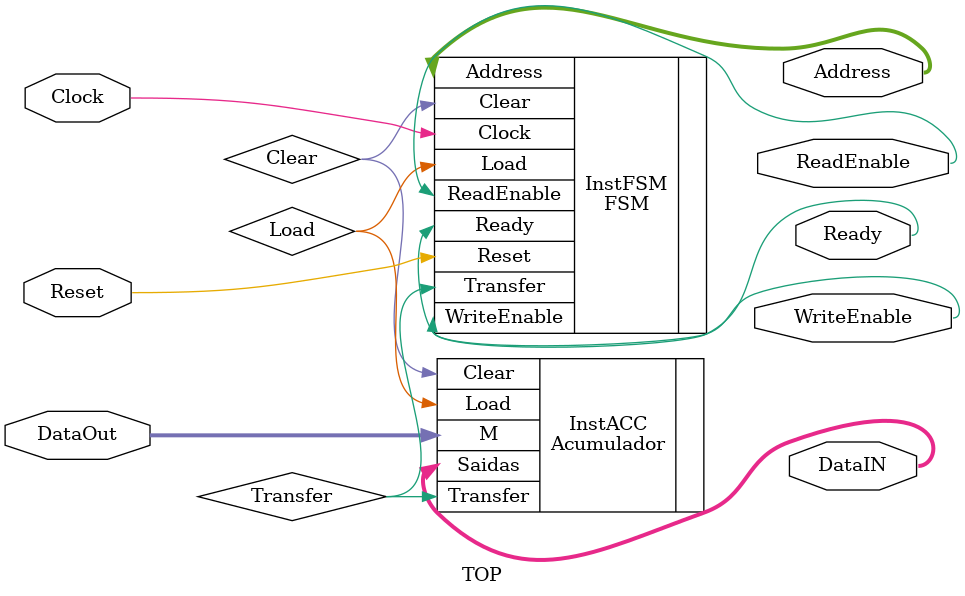
<source format=v>
module TOP (Clock, Reset, Ready, Address, DataIN, ReadEnable, WriteEnable, DataOut);
	input Clock;
   input Reset;
   output wire Ready;
   output wire [4:0] Address;
   output wire [15:0] DataIN;
   output wire ReadEnable;
   output wire WriteEnable;
   input [15:0] DataOut;

   wire Load;    
   wire Clear;     
   wire Transfer;  

   Acumulador InstACC (.Load(Load), .Clear(Clear), .Transfer(Transfer), .M(DataOut), .Saidas(DataIN));

   FSM InstFSM (.Clock(Clock), .Reset(Reset), .Address(Address), .ReadEnable(ReadEnable), .WriteEnable(WriteEnable), 
	.Load(Load), .Clear(Clear), .Transfer(Transfer), .Ready(Ready));

endmodule

</source>
